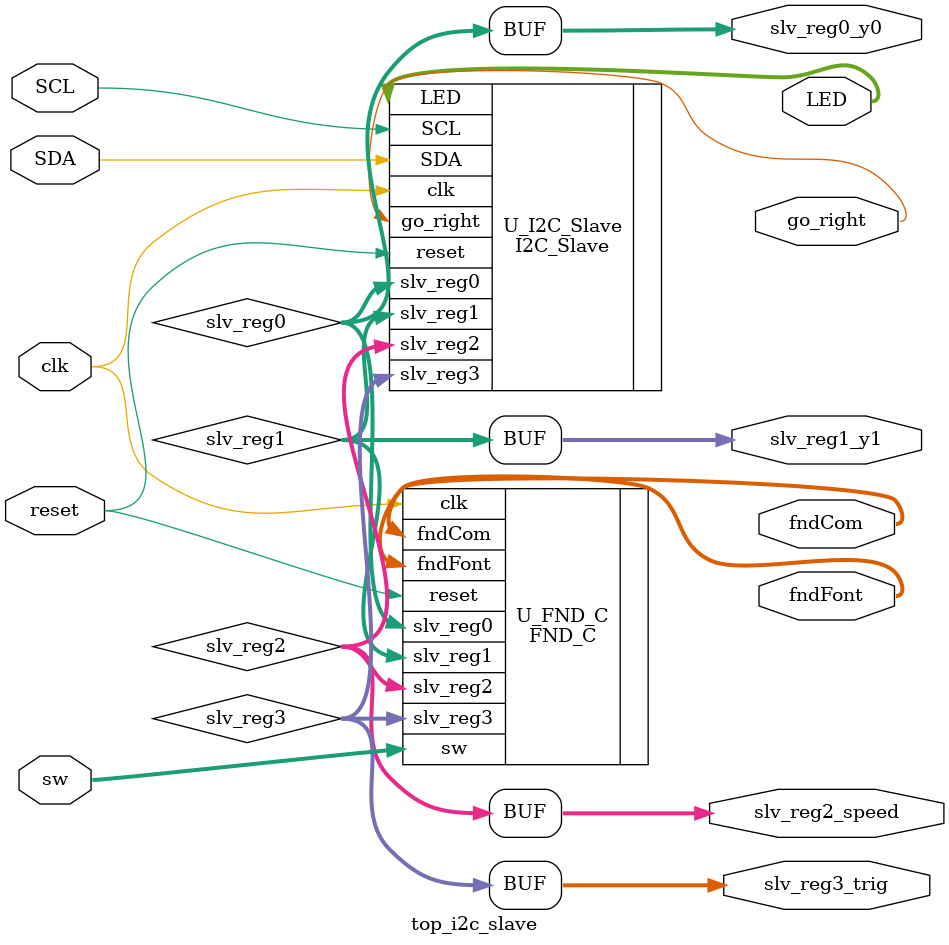
<source format=v>
`timescale 1ns / 1ps

module top_i2c_slave(
    input clk,
    input reset,
    input [2:0] sw,
    input SCL,
    inout SDA,
    output [7:0] fndFont,
    output [3:0] fndCom,
    output [15:0] LED,

    output [7:0] slv_reg0_y0,
    output [7:0] slv_reg1_y1,
    output [7:0] slv_reg2_speed,
    output [7:0] slv_reg3_trig,

    output go_right
    );

    wire [7:0] slv_reg0;
    wire [7:0] slv_reg1;
    wire [7:0] slv_reg2;
    wire [7:0] slv_reg3;

    assign slv_reg0_y0 = slv_reg0;
    assign slv_reg1_y1 = slv_reg1;
    assign slv_reg2_speed = slv_reg2;
    assign slv_reg3_trig = slv_reg3;

    I2C_Slave U_I2C_Slave(
    .clk(clk),
    .reset(reset),
    .SCL(SCL),
    .SDA(SDA),
    .LED(LED),
    .slv_reg0(slv_reg0),
    .slv_reg1(slv_reg1),
    .slv_reg2(slv_reg2),
    .slv_reg3(slv_reg3),
    .go_right(go_right)
    );

    FND_C U_FND_C(
    .clk(clk), 
    .reset(reset),
    .sw(sw),
    .slv_reg0(slv_reg0),
    .slv_reg1(slv_reg1),
    .slv_reg2(slv_reg2),
    .slv_reg3(slv_reg3),
    .fndFont(fndFont),
    .fndCom(fndCom)
    );

endmodule

</source>
